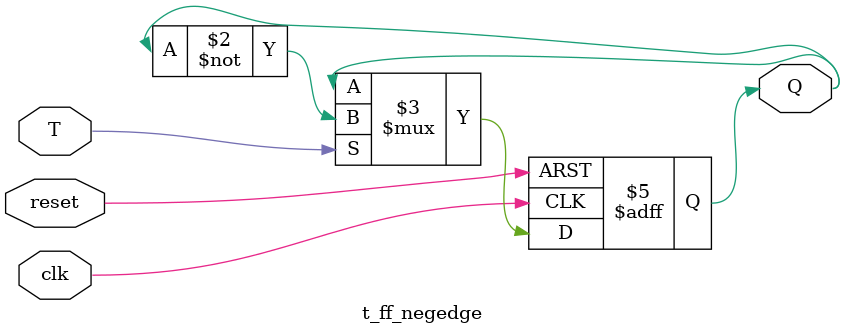
<source format=v>

module t_ff_negedge (
    input wire T,      // Toggle input
    input wire clk,    // Clock input
    input wire reset,  // Asynchronous reset
    output reg Q       // Output
);

    // This always block is sensitive to the clock's FALLING edge
    // or the reset's RISING edge.
    always @(negedge clk or posedge reset) begin
        if (reset) begin
            Q <= 1'b0; // Reset the flip-flop
        end 
        else if (T) begin
            Q <= ~Q;   // Toggle the output if T is high
        end
        // If T is low, Q holds its previous value (implicit)
    end

endmodule
</source>
